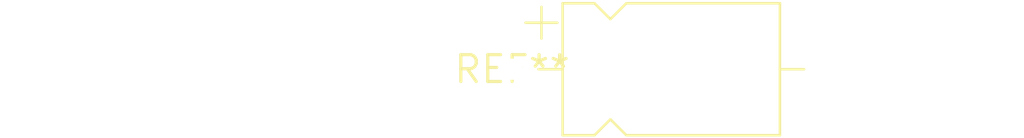
<source format=kicad_pcb>
(kicad_pcb (version 20240108) (generator pcbnew)
  (layers (0 "F.Cu" signal) (31 "B.Cu" signal) (34 "B.Paste" user) (35 "F.Paste" user) (36 "B.SilkS" user "B.Silkscreen") (37 "F.SilkS" user "F.Silkscreen") (38 "B.Mask" user) (39 "F.Mask" user) (44 "Edge.Cuts" user))
  (net 0 "")
  (footprint "CP_Axial_L10.0mm_D6.0mm_P15.00mm_Horizontal" (layer "F.Cu") (at 0 0)
    (property "Reference" "REF**")
    (property "Value" "CP_Axial_L10.0mm_D6.0mm_P15.00mm_Horizontal")
    (fp_line (start 0.63 -2.2) (end 2.13 -2.2) (layer "F.SilkS") (stroke (width 0.12)))
    (fp_line (start 1.24 0) (end 2.38 0) (layer "F.SilkS") (stroke (width 0.12)))
    (fp_line (start 1.38 -2.95) (end 1.38 -1.45) (layer "F.SilkS") (stroke (width 0.12)))
    (fp_line (start 2.38 -3.12) (end 2.38 3.12) (layer "F.SilkS") (stroke (width 0.12)))
    (fp_line (start 2.38 -3.12) (end 3.88 -3.12) (layer "F.SilkS") (stroke (width 0.12)))
    (fp_line (start 2.38 3.12) (end 3.88 3.12) (layer "F.SilkS") (stroke (width 0.12)))
    (fp_line (start 3.88 -3.12) (end 4.63 -2.37) (layer "F.SilkS") (stroke (width 0.12)))
    (fp_line (start 3.88 3.12) (end 4.63 2.37) (layer "F.SilkS") (stroke (width 0.12)))
    (fp_line (start 4.63 -2.37) (end 5.38 -3.12) (layer "F.SilkS") (stroke (width 0.12)))
    (fp_line (start 4.63 2.37) (end 5.38 3.12) (layer "F.SilkS") (stroke (width 0.12)))
    (fp_line (start 5.38 -3.12) (end 12.62 -3.12) (layer "F.SilkS") (stroke (width 0.12)))
    (fp_line (start 5.38 3.12) (end 12.62 3.12) (layer "F.SilkS") (stroke (width 0.12)))
    (fp_line (start 12.62 -3.12) (end 12.62 3.12) (layer "F.SilkS") (stroke (width 0.12)))
    (fp_line (start 13.76 0) (end 12.62 0) (layer "F.SilkS") (stroke (width 0.12)))
    (pad "1" thru_hole rect (at 0 0) (size 2 2) (drill 1) (layers *.Cu *.Mask) (remove_unused_layers))
    (pad "2" thru_hole oval (at 15 0) (size 2 2) (drill 1) (layers *.Cu *.Mask) (remove_unused_layers))
  )
)
</source>
